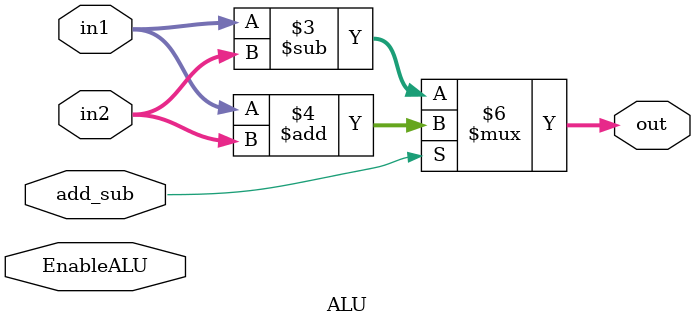
<source format=v>
`timescale 1ns/1ps 
module ALU (
    output reg [4:0] out,
    input wire [4:0] in1, in2,
    input wire add_sub, EnableALU
);

always @(EnableALU) begin
    if(add_sub==0) out= in1-in2;
    //add when active high
    else out= in1+in2;
end
endmodule //ALU
</source>
